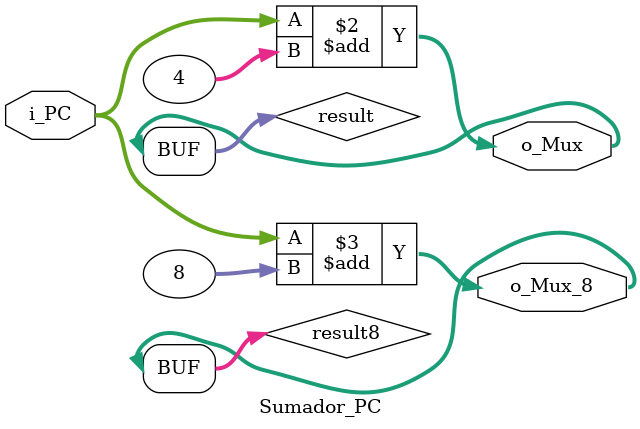
<source format=v>
`timescale 1ns / 1ps


module Sumador_PC
    #(
        parameter NBITS = 32
    )
    (
        input   wire    [NBITS-1      :0]   i_PC ,
        output  wire    [NBITS-1      :0]   o_Mux,
        output  wire    [NBITS-1      :0]   o_Mux_8                         
    );
    
    reg [NBITS-1  :0]   result   ;    
    reg [NBITS-1  :0]   result8  ;
    
    
    assign  o_Mux     =   result   ;       
    assign  o_Mux_8   =   result8  ;
    

    always @(*)
    begin
        result    <=  i_PC + 4   ;
        result8   <=  i_PC + 8   ;
    end   
endmodule

</source>
